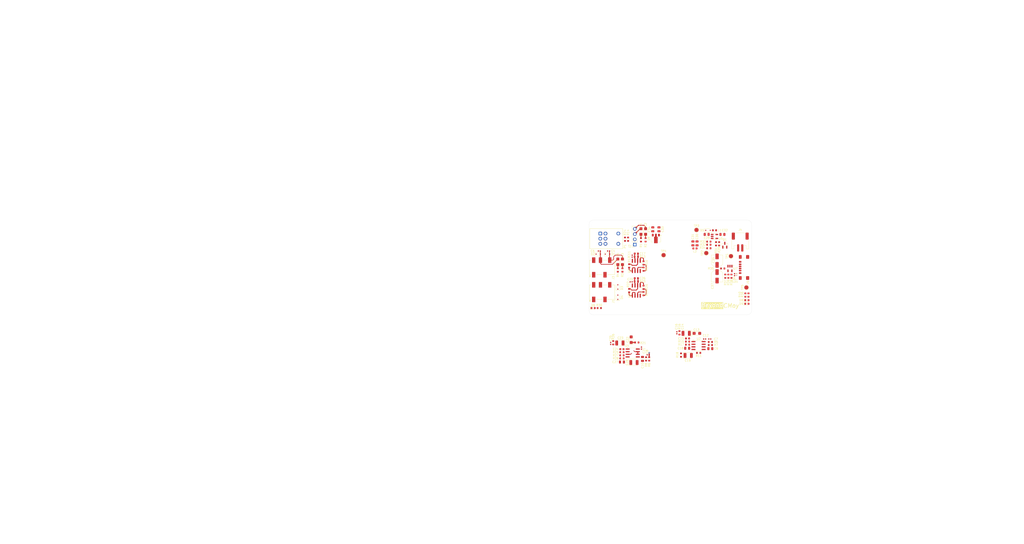
<source format=kicad_pcb>
(kicad_pcb (version 20241229) (generator "pcbnew") (generator_version "9.0")
  (title_block (title "${DOC_TYPE} Document") (rev "A") (company "Natchpai"))
  (layers (0 "F.Cu" signal) (2 "B.Cu" signal) (13 "F.Paste" user) (15 "B.Paste" user) (5 "F.SilkS" user "F.Silkscreen") (7 "B.SilkS" user "B.Silkscreen") (1 "F.Mask" user) (3 "B.Mask" user) (25 "Edge.Cuts" user))
  (property "APPROVED_DATE" "-")
  (property "APPROVED_NAME" "-")
  (property "BOARD_ID" "AA-2025-11-001")
  (property "BOARD_NAME1" "Beyond CMoy")
  (property "BOARD_NAME2" "AA-2025-11-001-M1")
  (property "DESIGN_DATE" "22/11/2025")
  (property "DESIGN_NAME" "Natchanon T.")
  (property "DOC_TYPE" "Assembly")
  (property "MOD_DATE" "-")
  (property "MOD_NAME" "-")
  (property "PROJECT_NAME" "Beyond CMoy")
  (property "RELEASE_DATE" "-")
  (property "REVIEW_DATE" "30/11/2025")
  (property "REVIEW_NAME" "Natchanon T.")
  (property "VARIANT" "DRAFT")
  (net 0 "")
  (net 1 "/Interface/L_BT")
  (net 2 "Net-(C1-Pad1)")
  (net 3 "Net-(C2-Pad1)")
  (net 4 "/Interface/R_BT")
  (net 5 "/Interface/L_JACK")
  (net 6 "Net-(C3-Pad1)")
  (net 7 "GND")
  (net 8 "/Interface/R_JACK")
  (net 9 "Net-(C5-Pad1)")
  (net 10 "+9VA")
  (net 11 "Net-(U2A-+)")
  (net 12 "Net-(U4A-+)")
  (net 13 "/Amplifier/L_ATT")
  (net 14 "Net-(U2B-+)")
  (net 15 "/Interface/L_OUT")
  (net 16 "Net-(C14-Pad1)")
  (net 17 "/Amplifier/L_BUFFER")
  (net 18 "Net-(U1B--)")
  (net 19 "Net-(C18-Pad1)")
  (net 20 "Net-(C19-Pad1)")
  (net 21 "Net-(U4B-+)")
  (net 22 "/Amplifier/R_ATT")
  (net 23 "Net-(C23-Pad1)")
  (net 24 "/Interface/R_OUT")
  (net 25 "Net-(U3B--)")
  (net 26 "/Amplifier/R_BUFFER")
  (net 27 "Net-(C27-Pad1)")
  (net 28 "Net-(C28-Pad1)")
  (net 29 "+9V")
  (net 30 "+BATT")
  (net 31 "+5V")
  (net 32 "VBUS")
  (net 33 "Net-(C37-Pad1)")
  (net 34 "/Power Management System/BS_SW")
  (net 35 "Net-(D6-A)")
  (net 36 "Net-(D8-A)")
  (net 37 "/Battery Management System/STAT1")
  (net 38 "Net-(D9-A)")
  (net 45 "Net-(J5-CC2)")
  (net 46 "Net-(J5-CC1)")
  (net 47 "/Interface/Power_ON")
  (net 48 "Net-(Q1-B)")
  (net 49 "/Power Management System/BS_EN")
  (net 50 "/Interface/L_COUP")
  (net 51 "/Interface/R_COUP")
  (net 52 "L_BIAS")
  (net 53 "Net-(U1B-+)")
  (net 54 "Net-(U1A--)")
  (net 55 "R_BIAS")
  (net 56 "Net-(U3B-+)")
  (net 57 "Net-(U3A--)")
  (net 58 "/Power Management System/BS_FB")
  (net 59 "/Battery Management System/ISET")
  (net 60 "Net-(U2A--)")
  (net 61 "Net-(U4A--)")
  (footprint "Capacitor_SMD:C_0402_1005Metric" (layer "F.Cu") (at 180.75 105.5 -90)
    (property "Reference" "C36")
    (property "Value" "33p")
  )
  (footprint "Resistor_SMD:R_0603_1608Metric" (layer "F.Cu") (at 168.25 90.925)
    (property "Reference" "R32")
    (property "Value" "10k")
  )
  (footprint "Capacitor_SMD:C_Elec_5x5.4" (layer "F.Cu") (at 172.25 98.6875 90)
    (property "Reference" "C35")
    (property "Value" "10u")
  )
  (footprint "Resistor_SMD:R_0603_1608Metric" (layer "F.Cu") (at 126 143.25 180)
    (property "Reference" "R25")
    (property "Value" "5.1k")
  )
  (footprint "Resistor_SMD:R_0603_1608Metric" (layer "F.Cu") (at 179.24 106.25 -90)
    (property "Reference" "R38")
    (property "Value" "5.1k")
  )
  (footprint "Resistor_SMD:R_0603_1608Metric" (layer "F.Cu") (at 136.5 99.825 -90)
    (property "Reference" "R10")
    (property "Value" "100k")
  )
  (footprint "Resistor_SMD:R_0603_1608Metric" (layer "F.Cu") (at 171.75 90.5 90)
    (property "Reference" "R31")
    (property "Value" "10k")
  )
  (footprint "Capacitor_Tantalum_SMD:CP_EIA-3216-18_Kemet-A" (layer "F.Cu") (at 135.25 84.5 90)
    (property "Reference" "C1")
    (property "Value" "1u")
  )
  (footprint "Resistor_SMD:R_0603_1608Metric" (layer "F.Cu") (at 177.75 106.25 -90)
    (property "Reference" "R39")
    (property "Value" "5.1k")
  )
  (footprint "Capacitor_SMD:C_0603_1608Metric" (layer "F.Cu") (at 157.895224 136.544168 180)
    (property "Reference" "C15")
    (property "Value" "1n")
  )
  (footprint "Resistor_SMD:R_0603_1608Metric" (layer "F.Cu") (at 169 139.75)
    (property "Reference" "R7")
    (property "Value" "100k")
  )
  (footprint "Resistor_SMD:R_0603_1608Metric" (layer "F.Cu") (at 137.75 146.5 -90)
    (property "Reference" "R8")
    (property "Value" "100k")
  )
  (footprint "Capacitor_SMD:C_0603_1608Metric" (layer "F.Cu") (at 133 107.25 180)
    (property "Reference" "C26")
    (property "Value" "1n")
  )
  (footprint "Capacitor_SMD:C_0402_1005Metric" (layer "F.Cu") (at 131 96.5 90)
    (property "Reference" "C11")
    (property "Value" "0.1u")
  )
  (footprint "Resistor_SMD:R_0603_1608Metric" (layer "F.Cu") (at 133.25 138.5 180)
    (property "Reference" "R21")
    (property "Value" "100k")
  )
  (footprint "Resistor_SMD:R_0603_1608Metric" (layer "F.Cu") (at 136.5 102.825 -90)
    (property "Reference" "R9")
    (property "Value" "100k")
  )
  (footprint "Capacitor_SMD:C_0402_1005Metric" (layer "F.Cu") (at 115.02 94 180)
    (property "Reference" "C6")
    (property "Value" "33p")
  )
  (footprint "Resistor_SMD:R_0603_1608Metric" (layer "F.Cu") (at 168.25 92.675 180)
    (property "Reference" "R34")
    (property "Value" "5.1k")
  )
  (footprint "Resistor_SMD:R_0603_1608Metric" (layer "F.Cu") (at 136.5 114.75 -90)
    (property "Reference" "R19")
    (property "Value" "100k")
  )
  (footprint "Capacitor_SMD:C_0402_1005Metric" (layer "F.Cu") (at 135.5 141.22 90)
    (property "Reference" "C21")
    (property "Value" "0.1u")
  )
  (footprint "Capacitor_Tantalum_SMD:CP_EIA-3216-18_Kemet-A" (layer "F.Cu") (at 130.5 137.1475 90)
    (property "Reference" "C22")
    (property "Value" "1u")
  )
  (footprint "Resistor_SMD:R_0603_1608Metric" (layer "F.Cu") (at 163.299999 143.56 180)
    (property "Reference" "R11")
    (property "Value" "100k")
  )
  (footprint "Resistor_SMD:R_0603_1608Metric" (layer "F.Cu") (at 168.25 89.425 180)
    (property "Reference" "R33")
    (property "Value" "62k")
  )
  (footprint "Resistor_SMD:R_0603_1608Metric" (layer "F.Cu") (at 187.5 115.425 -90)
    (property "Reference" "R36")
    (property "Value" "2k")
  )
  (footprint "Resistor_SMD:R_0603_1608Metric" (layer "F.Cu") (at 115 121.75)
    (property "Reference" "R30")
    (property "Value" "5.1k")
  )
  (footprint "LED_SMD:LED_0603_1608Metric" (layer "F.Cu") (at 186.75 119.675)
    (property "Reference" "D9")
    (property "Value" "GREEN")
  )
  (footprint "LED_SMD:LED_0603_1608Metric" (layer "F.Cu") (at 112 121.75)
    (property "Reference" "D6")
    (property "Value" "GREEN")
  )
  (footprint "Package_TO_SOT_SMD:SOT-89-3" (layer "F.Cu") (at 142.5 88.2 -90)
    (property "Reference" "U6")
    (property "Value" "BD50FA1FP3")
  )
  (footprint "Resistor_SMD:R_0603_1608Metric" (layer "F.Cu") (at 176.25 106.25 -90)
    (property "Reference" "R37")
    (property "Value" "5.1k")
  )
  (footprint "Capacitor_Tantalum_SMD:CP_EIA-3528-21_Kemet-B" (layer "F.Cu") (at 131.85 148.25)
    (property "Reference" "C28")
    (property "Value" "4.7u")
  )
  (footprint "Package_TO_SOT_SMD:SOT-23" (layer "F.Cu") (at 176 91.175 90)
    (property "Reference" "Q1")
    (property "Value" "MMBT3906")
  )
  (footprint "TestPoint:TestPoint_Pad_D2.0mm" (layer "F.Cu") (at 162.25 83.75)
    (property "Reference" "TP3")
    (property "Value" "+9V")
  )
  (footprint "Resistor_SMD:R_0603_1608Metric" (layer "F.Cu") (at 139.25 146.5 -90)
    (property "Reference" "R6")
    (property "Value" "100k")
  )
  (footprint "Package_SO:SOIC-8_3.9x4.9mm_P1.27mm" (layer "F.Cu") (at 133 101.25 90)
    (property "Reference" "U1")
    (property "Value" "NE5532")
  )
  (footprint "Capacitor_Tantalum_SMD:CP_EIA-3528-21_Kemet-B" (layer "F.Cu") (at 125 138.75 180)
    (property "Reference" "C23")
    (property "Value" "47u")
  )
  (footprint "0_Devices:0_C_0805_PasteCustom" (layer "F.Cu") (at 136 146.5 -90)
    (property "Reference" "C10")
    (property "Value" "1u")
  )
  (footprint "Resistor_SMD:R_0603_1608Metric" (layer "F.Cu") (at 173.25 90.5 -90)
    (property "Reference" "R29")
    (property "Value" "0")
  )
  (footprint "Capacitor_SMD:C_Elec_5x5.4" (layer "F.Cu") (at 172.25 106.3125 -90)
    (property "Reference" "C37")
    (property "Value" "10u")
  )
  (footprint "Diode_SMD:D_SOD-323" (layer "F.Cu") (at 124 116.5 90)
    (property "Reference" "D4")
    (property "Value" "PESD12VL1BA")
  )
  (footprint "Resistor_SMD:R_0603_1608Metric" (layer "F.Cu") (at 124 103.25 -90)
    (property "Reference" "R4")
    (property "Value" "10k")
  )
  (footprint "0_Devices:0_C_0805_PasteCustom" (layer "F.Cu") (at 141 83.45 90)
    (property "Reference" "C34")
    (property "Value" "1u")
  )
  (footprint "Resistor_SMD:R_0603_1608Metric" (layer "F.Cu") (at 153.955 133.81 90)
    (property "Reference" "R16")
    (property "Value" "1k")
  )
  (footprint "Resistor_SMD:R_0603_1608Metric" (layer "F.Cu") (at 136.5 111.675 -90)
    (property "Reference" "R20")
    (property "Value" "100k")
  )
  (footprint "Connector_PinSocket_2.54mm:PinSocket_1x04_P2.54mm_Vertical" (layer "F.Cu") (at 132.25 90.87 180)
    (property "Reference" "J2")
    (property "Value" "Conn_01x04_Socket")
  )
  (footprint "Capacitor_Tantalum_SMD:CP_EIA-3216-18_Kemet-A" (layer "F.Cu") (at 124 99.25 90)
    (property "Reference" "C5")
    (property "Value" "1u")
  )
  (footprint "Package_TO_SOT_SMD:SOT-23-5" (layer "F.Cu") (at 178.5 102.5 -90)
    (property "Reference" "U7")
    (property "Value" "LP4054HB5F")
  )
  (footprint "Capacitor_Tantalum_SMD:CP_EIA-3216-18_Kemet-A" (layer "F.Cu") (at 137.5 84.5 90)
    (property "Reference" "C2")
    (property "Value" "1u")
  )
  (footprint "Resistor_SMD:R_0603_1608Metric" (layer "F.Cu") (at 135.25 88.575 -90)
    (property "Reference" "R1")
    (property "Value" "10k")
  )
  (footprint "Capacitor_Tantalum_SMD:CP_EIA-3528-21_Kemet-B" (layer "F.Cu") (at 157.224999 134.06 180)
    (property "Reference" "C14")
    (property "Value" "47u")
  )
  (footprint "TestPoint:TestPoint_Pad_D2.0mm" (layer "F.Cu") (at 167 95 90)
    (property "Reference" "TP2")
    (property "Value" "+9VA")
  )
  (footprint "Diode_SMD:D_SOD-923" (layer "F.Cu") (at 181.75 105.5 -90)
    (property "Reference" "D7")
    (property "Value" "ESD9L5.0ST5G")
  )
  (footprint "Capacitor_SMD:C_0402_1005Metric" (layer "F.Cu") (at 166.205 136.810001 180)
    (property "Reference" "C12")
    (property "Value" "0.1u")
  )
  (footprint "Resistor_SMD:R_0603_1608Metric" (layer "F.Cu") (at 129.5 113.25 90)
    (property "Reference" "R22")
    (property "Value" "1k")
  )
  (footprint "Resistor_SMD:R_0603_1608Metric" (layer "F.Cu") (at 129 88.25 90)
    (property "Reference" "R14")
    (property "Value" "2k")
  )
  (footprint "Inductor_SMD:L_0603_1608Metric" (layer "F.Cu") (at 171 83.925 180)
    (property "Reference" "L1")
    (property "Value" "4.7uH")
  )
  (footprint "0_AudioConnectors:PJ-327F_SMD" (layer "F.Cu") (at 110.275 114)
    (property "Reference" "J1")
    (property "Value" "PJ-327F")
  )
  (footprint "Package_SO:SOIC-8_3.9x4.9mm_P1.27mm" (layer "F.Cu") (at 131.245869 143.614129)
    (property "Reference" "U4")
    (property "Value" "NE5532")
  )
  (footprint "0_Devices:0_C_0805_PasteCustom" (layer "F.Cu") (at 126 148)
    (property "Reference" "C27")
    (property "Value" "0.22u")
  )
  (footprint "Package_SO:SOIC-8_3.9x4.9mm_P1.27mm" (layer "F.Cu") (at 133 113.25 90)
    (property "Reference" "U3")
    (property "Value" "NE5532")
  )
  (footprint "0_Devices:0_C_0805_PasteCustom" (layer "F.Cu") (at 162.5 90.3 90)
    (property "Reference" "C30")
    (property "Value" "1u")
  )
  (footprint "0_Devices:0_C_0805_PasteCustom" (layer "F.Cu") (at 157.725 141.310001)
    (property "Reference" "C18")
    (property "Value" "0.22u")
  )
  (footprint "Capacitor_Tantalum_SMD:CP_EIA-3216-18_Kemet-A" (layer "F.Cu") (at 126.25 99.25 90)
    (property "Reference" "C3")
    (property "Value" "1u")
  )
  (footprint "Resistor_SMD:R_0603_1608Metric" (layer "F.Cu") (at 186 115.425 90)
    (property "Reference" "R40")
    (property "Value" "2k")
  )
  (footprint "Diode_SMD:D_SOD-323" (layer "F.Cu") (at 114.5 95.5)
    (property "Reference" "D2")
    (property "Value" "PESD12VL1BA")
  )
  (footprint "Capacitor_SMD:C_0402_1005Metric" (layer "F.Cu") (at 119.5 94 180)
    (property "Reference" "C4")
    (property "Value" "33p")
  )
  (footprint "Capacitor_SMD:C_0402_1005Metric" (layer "F.Cu") (at 168.705 136.810001 180)
    (property "Reference" "C7")
    (property "Value" "0.1u")
  )
  (footprint "0_Devices:0_C_0805_PasteCustom" (layer "F.Cu") (at 160.5 90.3 90)
    (property "Reference" "C31")
    (property "Value" "1u")
  )
  (footprint "Resistor_SMD:R_0603_1608Metric" (layer "F.Cu") (at 129.5 101.25 90)
    (property "Reference" "R12")
    (property "Value" "1k")
  )
  (footprint "Diode_SMD:D_SOD-323" (layer "F.Cu") (at 119 95.5)
    (property "Reference" "D1")
    (property "Value" "PESD12VL1BA")
  )
  (footprint "Resistor_SMD:R_0603_1608Metric" (layer "F.Cu") (at 137.5 88.575 -90)
    (property "Reference" "R2")
    (property "Value" "10k")
  )
  (footprint "Capacitor_Tantalum_SMD:CP_EIA-3216-18_Kemet-A" (layer "F.Cu") (at 162.455 134.060001)
    (property "Reference" "C13")
    (property "Value" "1u")
  )
  (footprint "TestPoint:TestPoint_Pad_D2.0mm" (layer "F.Cu") (at 179 96.5 90)
    (property "Reference" "TP1")
    (property "Value" "+BATT")
  )
  (footprint "Connector_JST:JST_PH_S2B-PH-SM4-TB_1x02-1MP_P2.00mm_Horizontal" (layer "F.Cu") (at 183.5 89.65 180)
    (property "Reference" "J4")
    (property "Value" "Conn_01x02_MountingPin")
  )
  (footprint "Capacitor_SMD:C_0603_1608Metric" (layer "F.Cu") (at 133 95.25 180)
    (property "Reference" "C17")
    (property "Value" "1n")
  )
  (footprint "0_Devices:0_C_0805_PasteCustom" (layer "F.Cu") (at 144 83.45 90)
    (property "Reference" "C33")
    (property "Value" "1u")
  )
  (footprint "0_Devices:0_C_0805_PasteCustom" (layer "F.Cu") (at 174.852856 85.936322)
    (property "Reference" "C32")
    (property "Value" "1u")
  )
  (footprint "0_Devices:0_C_0805_PasteCustom" (layer "F.Cu") (at 168.974999 141.5)
    (property "Reference" "C9")
    (property "Value" "1u")
  )
  (footprint "Resistor_SMD:R_0603_1608Metric" (layer "F.Cu") (at 154.725 144.635001 90)
    (property "Reference" "R18")
    (property "Value" "2k")
  )
  (footprint "Package_SO:SOIC-8_3.9x4.9mm_P1.27mm" (layer "F.Cu") (at 163.25 140)
    (property "Reference" "U2")
    (property "Value" "NE5532")
  )
  (footprint "Capacitor_SMD:C_0402_1005Metric" (layer "F.Cu") (at 120.525 138.98 90)
    (property "Reference" "C25")
    (property "Value" "33p")
  )
  (footprint "Inductor_SMD:L_0603_1608Metric" (layer "F.Cu") (at 161.5 92.75 180)
    (property "Reference" "L2")
    (property "Value" "56n")
  )
  (footprint "Diode_SMD:D_SOD-323F" (layer "F.Cu") (at 167.845081 83.925)
    (property "Reference" "D5")
    (property "Value" "RB551VM-30")
  )
  (footprint "Package_TO_SOT_SMD:SOT-23-5" (layer "F.Cu") (at 171 86.925)
    (property "Reference" "U5")
    (property "Value" "AP3012")
  )
  (footprint "0_Devices:0_C_0805_PasteCustom" (layer "F.Cu") (at 167.184937 85.928774)
    (property "Reference" "C29")
    (property "Value" "1u")
  )
  (footprint "Capacitor_SMD:C_0402_1005Metric" (layer "F.Cu") (at 152.705 133.790001 90)
    (property "Reference" "C16")
    (property "Value" "33p")
  )
  (footprint "Connector_USB:USB_C_Receptacle_GCT_USB4135-GF-A_6P_TopMnt_Horizontal" (layer "F.Cu") (at 186.5 102 90)
    (property "Reference" "J5")
    (property "Value" "USB_C_Receptacle_PowerOnly_6P")
  )
  (footprint "Capacitor_Tantalum_SMD:CP_EIA-3528-21_Kemet-B" (layer "F.Cu") (at 158.225 144.81)
    (property "Reference" "C19")
    (property "Value" "4.7u")
  )
  (footprint "Resistor_SMD:R_0603_1608Metric" (layer "F.Cu") (at 133 108.75 180)
    (property "Reference" "R23")
    (property "Value" "2k")
  )
  (footprint "Diode_SMD:D_SOD-323" (layer "F.Cu") (at 124 111.5 90)
    (property "Reference" "D3")
    (property "Value" "PESD12VL1BA")
  )
  (footprint "Resistor_SMD:R_0603_1608Metric" (layer "F.Cu") (at 126 146.25 180)
    (property "Reference" "R28")
    (property "Value" "2k")
  )
  (footprint "Resistor_SMD:R_0603_1608Metric" (layer "F.Cu") (at 133 96.75 180)
    (property "Reference" "R13")
    (property "Value" "2k")
  )
  (footprint "Resistor_SMD:R_0603_1608Metric" (layer "F.Cu") (at 127.5 88.25 90)
    (property "Reference" "R24")
    (property "Value" "2k")
  )
  (footprint "Resistor_SMD:R_0603_1608Metric" (layer "F.Cu") (at 175 102.5 180)
    (property "Reference" "R35")
    (property "Value" "0")
  )
  (footprint "Resistor_SMD:R_0603_1608Metric" (layer "F.Cu") (at 121.775 138.635 90)
    (property "Reference" "R26")
    (property "Value" "1k")
  )
  (footprint "Capacitor_SMD:C_0402_1005Metric" (layer "F.Cu") (at 138.77 144.5)
    (property "Reference" "C8")
    (property "Value" "0.1u")
  )
  (footprint "0_Potentiometer:0_RK097GS_Dual_Horizontal_Switch" (layer "F.Cu") (at 115.5 85.5)
    (property "Reference" "P1")
    (property "Value" "10k")
  )
  (footprint "Capacitor_SMD:C_0603_1608Metric" (layer "F.Cu") (at 126 141.75 180)
    (property "Reference" "C24")
    (property "Value" "1n")
  )
  (footprint "TestPoint:TestPoint_Pad_D2.0mm" (layer "F.Cu") (at 146.25 96)
    (property "Reference" "TP4")
    (property "Value" "+5V")
  )
  (footprint "Resistor_SMD:R_0603_1608Metric" (layer "F.Cu") (at 157.9 138.060001 180)
    (property "Reference" "R15")
    (property "Value" "5.1k")
  )
  (footprint "Resistor_SMD:R_0603_1608Metric" (layer "F.Cu") (at 157.9 139.56)
    (property "Reference" "R17")
    (property "Value" "5.1k")
  )
  (footprint "Resistor_SMD:R_0603_1608Metric" (layer "F.Cu") (at 169 138.25)
    (property "Reference" "R5")
    (property "Value" "100k")
  )
  (footprint "Capacitor_SMD:C_0402_1005Metric" (layer "F.Cu") (at 130.5 109 180)
    (property "Reference" "C20")
    (property "Value" "0.1u")
  )
  (footprint "LED_SMD:LED_0603_1608Metric" (layer "F.Cu") (at 186.75 117.925)
    (property "Reference" "D8")
    (property "Value" "ORANGE")
  )
  (footprint "Resistor_SMD:R_0603_1608Metric" (layer "F.Cu") (at 126.25 103.25 -90)
    (property "Reference" "R3")
    (property "Value" "10k")
  )
  (footprint "TestPoint:TestPoint_Pad_D2.0mm" (layer "F.Cu") (at 186.5 111.75 90)
    (property "Reference" "TP5")
    (property "Value" "BUS")
  )
  (footprint "Resistor_SMD:R_0603_1608Metric" (layer "F.Cu") (at 126 144.75)
    (property "Reference" "R27")
    (property "Value" "5.1k")
  )
  (footprint "0_AudioConnectors:PJ-327F_SMD" (layer "F.Cu") (at 110.275 102)
    (property "Reference" "J3")
    (property "Value" "PJ-327F")
  )
  (gr_arc (start 189 123) (mid 188.414214 124.414214) (end 187 125) (stroke (width 0.05)) (layer "Edge.Cuts"))
  (gr_arc (start 110 81) (mid 110.585786 79.585786) (end 112 79) (stroke (width 0.05)) (layer "Edge.Cuts"))
  (gr_arc (start 187 79) (mid 188.414214 79.585786) (end 189 81) (stroke (width 0.05)) (layer "Edge.Cuts"))
  (gr_line (start 110 123) (end 110 81) (stroke (width 0.05)) (layer "Edge.Cuts"))
  (gr_arc (start 112 125) (mid 110.585786 124.414214) (end 110 123) (stroke (width 0.05)) (layer "Edge.Cuts"))
  (gr_line (start 112 79) (end 187 79) (stroke (width 0.05)) (layer "Edge.Cuts"))
  (gr_line (start 187 125) (end 112 125) (stroke (width 0.05)) (layer "Edge.Cuts"))
  (gr_line (start 189 81) (end 189 123) (stroke (width 0.05)) (layer "Edge.Cuts"))
  (gr_text "CMoy" (at 175 121.75 0) (layer "F.SilkS") (effects (font (size 2 2) (thickness 0.3) (italic yes)) (justify left bottom)))
  (gr_text "Beyond" (at 164.25 121.5 0) (layer "F.SilkS" knockout) (effects (font (size 2 2) (thickness 0.3) (italic yes)) (justify left bottom)))
  (segment (start 134.8925 83.1475) (end 135.25 83.1475) (width 0.4) (layer "F.Cu") (net 1))
  (segment (start 132.25 85.79) (end 134.8925 83.1475) (width 0.4) (layer "F.Cu") (net 1))
  (segment (start 135.25 85.8525) (end 135.25 87.75) (width 0.4) (layer "F.Cu") (net 2))
  (segment (start 137.5 85.8525) (end 137.5 87.75) (width 0.4) (layer "F.Cu") (net 3))
  (segment (start 134 81.5) (end 136.75 81.5) (width 0.4) (layer "F.Cu") (net 4))
  (segment (start 132.25 83.25) (end 134 81.5) (width 0.4) (layer "F.Cu") (net 4))
  (segment (start 136.75 81.5) (end 137.5 82.25) (width 0.4) (layer "F.Cu") (net 4))
  (segment (start 137.5 82.25) (end 137.5 83.1475) (width 0.4) (layer "F.Cu") (net 4))
  (segment (start 120.075 98.45) (end 121.55 98.45) (width 0.3) (layer "F.Cu") (net 5))
  (segment (start 121.55 98.45) (end 122 98) (width 0.3) (layer "F.Cu") (net 5))
  (segment (start 125.75 96) (end 126.25 96.5) (width 0.3) (layer "F.Cu") (net 5))
  (segment (start 119.98 98.355) (end 120.075 98.45) (width 0.4) (layer "F.Cu") (net 5))
  (segment (start 122 96.75) (end 122.75 96) (width 0.3) (layer "F.Cu") (net 5))
  (segment (start 122.75 96) (end 125.75 96) (width 0.3) (layer "F.Cu") (net 5))
  (segment (start 119.98 94) (end 119.98 98.355) (width 0.4) (layer "F.Cu") (net 5))
  (segment (start 122 98) (end 122 96.75) (width 0.3) (layer "F.Cu") (net 5))
  (segment (start 126.25 96.5) (end 126.25 97.8975) (width 0.3) (layer "F.Cu") (net 5))
  (segment (start 126.25 100.6025) (end 126.25 102.425) (width 0.4) (layer "F.Cu") (net 6))
  (segment (start 135.51 140.75) (end 135.5 140.74) (width 0.5) (layer "F.Cu") (net 7))
  (segment (start 115.5 98.375) (end 115.575 98.45) (width 0.4) (layer "F.Cu") (net 8))
  (segment (start 115.575 100.075) (end 116 100.5) (width 0.3) (layer "F.Cu") (net 8))
  (segment (start 116 100.5) (end 121.3975 100.5) (width 0.3) (layer "F.Cu") (net 8))
  (segment (start 121.3975 100.5) (end 124 97.8975) (width 0.3) (layer "F.Cu") (net 8))
  (segment (start 115.5 94) (end 115.5 98.375) (width 0.4) (layer "F.Cu") (net 8))
  (segment (start 115.575 98.45) (end 115.575 100.075) (width 0.3) (layer "F.Cu") (net 8))
  (segment (start 124 100.6025) (end 124 102.425) (width 0.4) (layer "F.Cu") (net 9))
  (segment (start 139.25 143.5) (end 139.25 144.5) (width 0.5) (layer "F.Cu") (net 10))
  (segment (start 133.729998 141.7) (end 133.720869 141.709129) (width 0.5) (layer "F.Cu") (net 10))
  (segment (start 139.25 145.675) (end 139.25 144.5) (width 0.5) (layer "F.Cu") (net 10))
  (via (at 139.25 143.5) (size 0.7) (drill 0.3) (layers "F.Cu" "B.Cu") (net 10))
  (segment (start 132.425 138.5) (end 130.5 138.5) (width 0.6) (layer "F.Cu") (net 12))
  (segment (start 130.250871 144.249129) (end 128.770869 144.249129) (width 0.3) (layer "F.Cu") (net 12))
  (segment (start 130.75 143.75) (end 130.250871 144.249129) (width 0.3) (layer "F.Cu") (net 12))
  (segment (start 132.175 96.75) (end 132.175 95.3) (width 0.4) (layer "F.Cu") (net 17))
  (segment (start 132.175 95.3) (end 132.225 95.25) (width 0.4) (layer "F.Cu") (net 17))
  (segment (start 132.365 97.615) (end 132.365 98.775) (width 0.4) (layer "F.Cu") (net 17))
  (segment (start 132.175 96.75) (end 132.175 97.425) (width 0.4) (layer "F.Cu") (net 17))
  (segment (start 132.175 97.425) (end 132.365 97.615) (width 0.4) (layer "F.Cu") (net 17))
  (segment (start 133.825 96.75) (end 133.825 95.3) (width 0.4) (layer "F.Cu") (net 18))
  (segment (start 133.825 97.425) (end 133.635 97.615) (width 0.4) (layer "F.Cu") (net 18))
  (segment (start 133 101) (end 133.635 100.365) (width 0.4) (layer "F.Cu") (net 18))
  (segment (start 129.5 100.425) (end 130.425 100.425) (width 0.4) (layer "F.Cu") (net 18))
  (segment (start 133.825 95.3) (end 133.775 95.25) (width 0.4) (layer "F.Cu") (net 18))
  (segment (start 133.635 97.615) (end 133.635 98.775) (width 0.4) (layer "F.Cu") (net 18))
  (segment (start 133.635 100.365) (end 133.635 98.775) (width 0.4) (layer "F.Cu") (net 18))
  (segment (start 131 101) (end 133 101) (width 0.4) (layer "F.Cu") (net 18))
  (segment (start 133.825 96.75) (end 133.825 97.425) (width 0.4) (layer "F.Cu") (net 18))
  (segment (start 130.425 100.425) (end 131 101) (width 0.4) (layer "F.Cu") (net 18))
  (segment (start 130.75 113) (end 133 113) (width 0.4) (layer "F.Cu") (net 25))
  (segment (start 129.5 112.425) (end 130.175 112.425) (width 0.4) (layer "F.Cu") (net 25))
  (segment (start 133.635 109.615) (end 133.635 110.775) (width 0.4) (layer "F.Cu") (net 25))
  (segment (start 133.825 107.3) (end 133.775 107.25) (width 0.3) (layer "F.Cu") (net 25))
  (segment (start 133.825 109.425) (end 133.635 109.615) (width 0.4) (layer "F.Cu") (net 25))
  (segment (start 130.175 112.425) (end 130.75 113) (width 0.4) (layer "F.Cu") (net 25))
  (segment (start 133.635 112.365) (end 133.635 110.775) (width 0.4) (layer "F.Cu") (net 25))
  (segment (start 133.825 108.75) (end 133.825 107.3) (width 0.4) (layer "F.Cu") (net 25))
  (segment (start 133 113) (end 133.635 112.365) (width 0.4) (layer "F.Cu") (net 25))
  (segment (start 133.825 108.75) (end 133.825 109.425) (width 0.4) (layer "F.Cu") (net 25))
  (segment (start 132.175 107.3) (end 132.225 107.25) (width 0.3) (layer "F.Cu") (net 26))
  (segment (start 132.365 109.615) (end 132.365 110.775) (width 0.4) (layer "F.Cu") (net 26))
  (segment (start 132.175 109.425) (end 132.365 109.615) (width 0.4) (layer "F.Cu") (net 26))
  (segment (start 132.175 108.75) (end 132.175 109.425) (width 0.4) (layer "F.Cu") (net 26))
  (segment (start 132.175 108.75) (end 132.175 107.3) (width 0.4) (layer "F.Cu") (net 26))
  (segment (start 133.635 103.725) (end 133.635 102.365) (width 0.4) (layer "F.Cu") (net 50))
  (segment (start 133.635 102.365) (end 134 102) (width 0.4) (layer "F.Cu") (net 50))
  (segment (start 134 102) (end 136.5 102) (width 0.4) (layer "F.Cu") (net 50))
  (segment (start 134.142501 113.925) (end 136.5 113.925) (width 0.4) (layer "F.Cu") (net 51))
  (segment (start 133.635 114.432501) (end 134.142501 113.925) (width 0.4) (layer "F.Cu") (net 51))
  (segment (start 133.635 115.725) (end 133.635 114.432501) (width 0.4) (layer "F.Cu") (net 51))
  (segment (start 137.35 103.65) (end 136.5 103.65) (width 0.4) (layer "F.Cu") (net 52))
  (segment (start 137.4 100.65) (end 137.75 101) (width 0.4) (layer "F.Cu") (net 52))
  (segment (start 137.75 101) (end 137.75 103.25) (width 0.4) (layer "F.Cu") (net 52))
  (segment (start 136.5 100.65) (end 137.4 100.65) (width 0.4) (layer "F.Cu") (net 52))
  (segment (start 137.75 103.25) (end 137.35 103.65) (width 0.4) (layer "F.Cu") (net 52))
  (segment (start 134.905 97.595) (end 135.25 97.25) (width 0.4) (layer "F.Cu") (net 53))
  (segment (start 136 97.25) (end 136.5 97.75) (width 0.4) (layer "F.Cu") (net 53))
  (segment (start 135.25 97.25) (end 136 97.25) (width 0.4) (layer "F.Cu") (net 53))
  (segment (start 136.5 97.75) (end 136.5 99) (width 0.4) (layer "F.Cu") (net 53))
  (segment (start 134.905 98.775) (end 134.905 97.595) (width 0.4) (layer "F.Cu") (net 53))
  (segment (start 129.5 103) (end 130.225 103.725) (width 0.4) (layer "F.Cu") (net 54))
  (segment (start 132.159954 102.159954) (end 132.365 102.365) (width 0.4) (layer "F.Cu") (net 54))
  (segment (start 130.225 103.725) (end 131.095 103.725) (width 0.4) (layer "F.Cu") (net 54))
  (segment (start 131.340046 102.159954) (end 132.159954 102.159954) (width 0.4) (layer "F.Cu") (net 54))
  (segment (start 132.365 102.365) (end 132.365 103.725) (width 0.4) (layer "F.Cu") (net 54))
  (segment (start 129.5 102.075) (end 129.5 103) (width 0.4) (layer "F.Cu") (net 54))
  (segment (start 131.095 102.405) (end 131.340046 102.159954) (width 0.4) (layer "F.Cu") (net 54))
  (segment (start 131.095 103.725) (end 131.095 102.405) (width 0.4) (layer "F.Cu") (net 54))
  (segment (start 136.5 112.5) (end 137.25 112.5) (width 0.4) (layer "F.Cu") (net 55))
  (segment (start 137.75 113) (end 137.75 115) (width 0.4) (layer "F.Cu") (net 55))
  (segment (start 137.25 112.5) (end 137.75 113) (width 0.4) (layer "F.Cu") (net 55))
  (segment (start 137.175 115.575) (end 136.5 115.575) (width 0.4) (layer "F.Cu") (net 55))
  (segment (start 132.229129 142.979129) (end 133.720869 142.979129) (width 0.3) (layer "F.Cu") (net 55))
  (segment (start 133.720869 142.979129) (end 133.720869 144.249129) (width 0.5) (layer "F.Cu") (net 55))
  (segment (start 137.75 115) (end 137.175 115.575) (width 0.4) (layer "F.Cu") (net 55))
  (segment (start 131.75 142.5) (end 132.229129 142.979129) (width 0.3) (layer "F.Cu") (net 55))
  (segment (start 134.905 110.775) (end 134.905 109.595) (width 0.4) (layer "F.Cu") (net 56))
  (segment (start 136 109.25) (end 136.5 109.75) (width 0.4) (layer "F.Cu") (net 56))
  (segment (start 134.905 109.595) (end 135.25 109.25) (width 0.4) (layer "F.Cu") (net 56))
  (segment (start 136.5 109.75) (end 136.5 110.85) (width 0.4) (layer "F.Cu") (net 56))
  (segment (start 135.25 109.25) (end 136 109.25) (width 0.4) (layer "F.Cu") (net 56))
  (segment (start 129.5 115.25) (end 129.975 115.725) (width 0.4) (layer "F.Cu") (net 57))
  (segment (start 132.365 114.365) (end 132.365 115.725) (width 0.4) (layer "F.Cu") (net 57))
  (segment (start 131.339184 114.160816) (end 132.160816 114.160816) (width 0.4) (layer "F.Cu") (net 57))
  (segment (start 129.5 114.075) (end 129.5 115.25) (width 0.4) (layer "F.Cu") (net 57))
  (segment (start 132.160816 114.160816) (end 132.365 114.365) (width 0.4) (layer "F.Cu") (net 57))
  (segment (start 131.095 114.405) (end 131.339184 114.160816) (width 0.4) (layer "F.Cu") (net 57))
  (segment (start 131.095 115.725) (end 131.095 114.405) (width 0.4) (layer "F.Cu") (net 57))
  (segment (start 129.975 115.725) (end 131.095 115.725) (width 0.4) (layer "F.Cu") (net 57))
)
</source>
